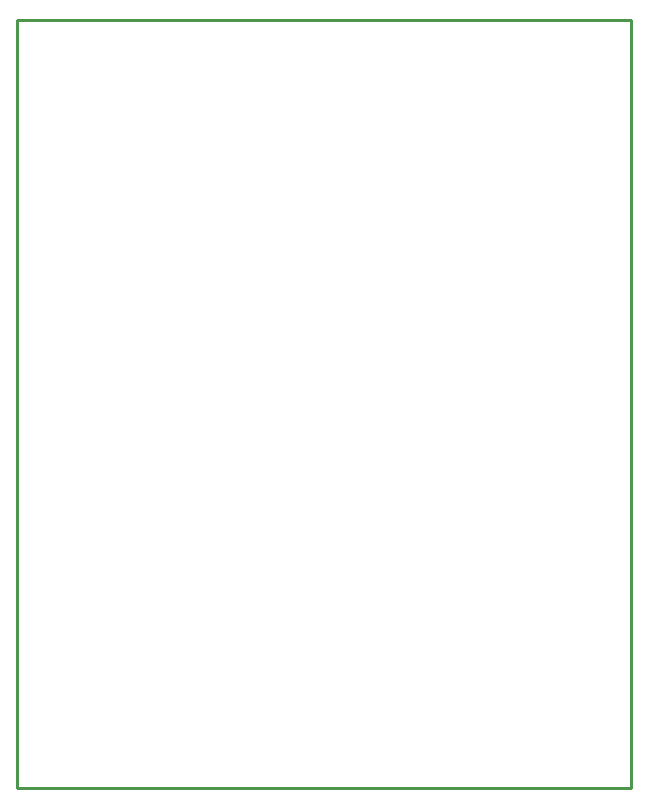
<source format=gm1>
G04*
G04 #@! TF.GenerationSoftware,Altium Limited,Altium Designer,22.1.2 (22)*
G04*
G04 Layer_Color=16711935*
%FSLAX24Y24*%
%MOIN*%
G70*
G04*
G04 #@! TF.SameCoordinates,162C4C40-B8F5-4961-9C55-0291AD4F2388*
G04*
G04*
G04 #@! TF.FilePolarity,Positive*
G04*
G01*
G75*
%ADD10C,0.0100*%
D10*
X0Y0D02*
X20472D01*
X0Y25591D02*
X20472D01*
Y0D02*
Y25591D01*
X0Y0D02*
Y25591D01*
M02*

</source>
